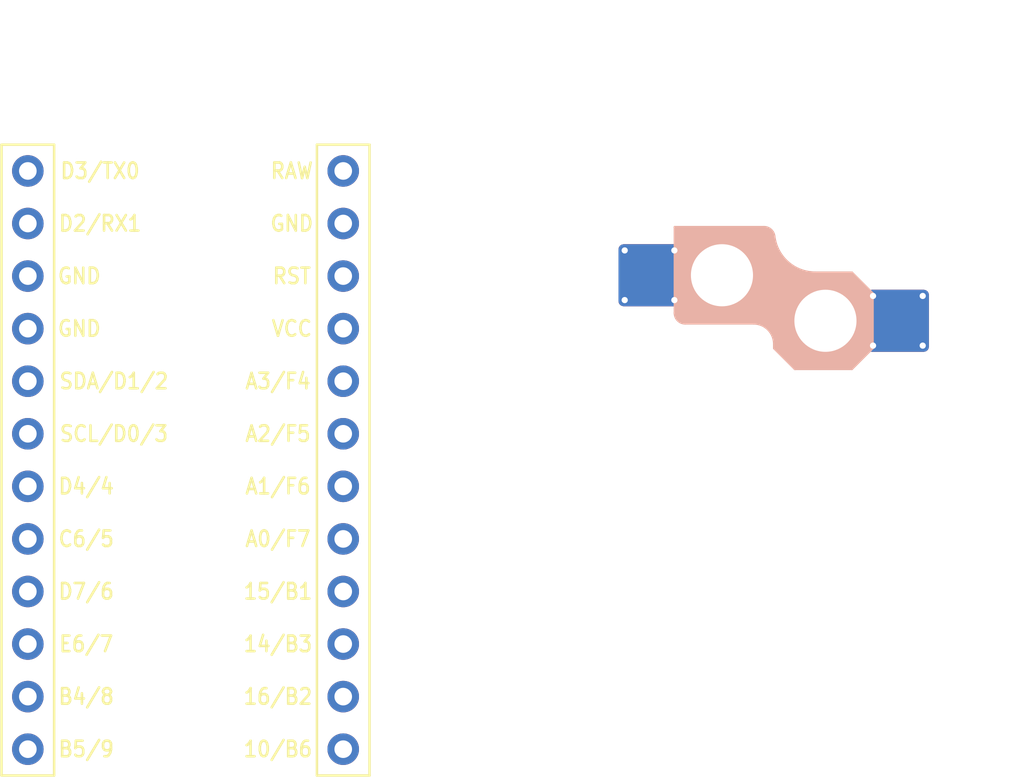
<source format=kicad_pcb>
(kicad_pcb (version 20241229) (generator "pcbnew") (generator_version "9.0")
  (layers (0 "F.Cu" signal) (2 "B.Cu" signal) (13 "F.Paste" user) (15 "B.Paste" user) (5 "F.SilkS" user "F.Silkscreen") (7 "B.SilkS" user "B.Silkscreen") (1 "F.Mask" user) (3 "B.Mask" user) (25 "Edge.Cuts" user))
  (net 0 "")
  (footprint "BrownSugar_KBD:ProMicro" (layer "F.Cu") (at 58.88 63.76)
    (property "Reference" "U1" (hide yes))
    (property "Value" "ProMicro" (hide yes))
    (fp_line (start -8.89 -13.97) (end -6.35 -13.97) (stroke (width 0.12)) (layer "F.SilkS"))
    (fp_line (start -8.89 16.51) (end -8.89 -13.97) (stroke (width 0.12)) (layer "F.SilkS"))
    (fp_line (start -6.35 -13.97) (end -6.35 16.51) (stroke (width 0.12)) (layer "F.SilkS"))
    (fp_line (start -6.35 16.51) (end -8.89 16.51) (stroke (width 0.12)) (layer "F.SilkS"))
    (fp_line (start 6.35 -13.97) (end 6.35 16.51) (stroke (width 0.12)) (layer "F.SilkS"))
    (fp_line (start 6.35 16.51) (end 8.89 16.51) (stroke (width 0.12)) (layer "F.SilkS"))
    (fp_line (start 8.89 -13.97) (end 6.35 -13.97) (stroke (width 0.12)) (layer "F.SilkS"))
    (fp_line (start 8.89 16.51) (end 8.89 -13.97) (stroke (width 0.12)) (layer "F.SilkS"))
    (fp_text user "A0/F7" (at 4.4664 5.08 0) (layer "F.SilkS") (effects (font (size 0.75 0.67) (thickness 0.125))))
    (fp_text user "D7/6" (at -4.7986 7.62 0) (layer "F.SilkS") (effects (font (size 0.75 0.67) (thickness 0.125))))
    (fp_text user "C6/5" (at -4.7986 5.08 0) (layer "F.SilkS") (effects (font (size 0.75 0.67) (thickness 0.125))))
    (fp_text user "SCL/D0/3" (at -3.4586 0 0) (layer "F.SilkS") (effects (font (size 0.75 0.67) (thickness 0.125))))
    (fp_text user "GND" (at 5.1364 -10.16 0) (layer "F.SilkS") (effects (font (size 0.75 0.67) (thickness 0.125))))
    (fp_text user "16/B2" (at 4.4664 12.7 0) (layer "F.SilkS") (effects (font (size 0.75 0.67) (thickness 0.125))))
    (fp_text user "SDA/D1/2" (at -3.4586 -2.54 0) (layer "F.SilkS") (effects (font (size 0.75 0.67) (thickness 0.125))))
    (fp_text user "B5/9" (at -4.7986 15.24 0) (layer "F.SilkS") (effects (font (size 0.75 0.67) (thickness 0.125))))
    (fp_text user "B4/8" (at -4.7986 12.7 0) (layer "F.SilkS") (effects (font (size 0.75 0.67) (thickness 0.125))))
    (fp_text user "E6/7" (at -4.7986 10.16 0) (layer "F.SilkS") (effects (font (size 0.75 0.67) (thickness 0.125))))
    (fp_text user "A2/F5" (at 4.4664 0 0) (layer "F.SilkS") (effects (font (size 0.75 0.67) (thickness 0.125))))
    (fp_text user "10/B6" (at 4.4664 15.24 0) (layer "F.SilkS") (effects (font (size 0.75 0.67) (thickness 0.125))))
    (fp_text user "D2/RX1" (at -4.1286 -10.16 0) (layer "F.SilkS") (effects (font (size 0.75 0.67) (thickness 0.125))))
    (fp_text user "GND" (at -5.1336 -7.62 0) (layer "F.SilkS") (effects (font (size 0.75 0.67) (thickness 0.125))))
    (fp_text user "RST" (at 5.1364 -7.62 0) (layer "F.SilkS") (effects (font (size 0.75 0.67) (thickness 0.125))))
    (fp_text user "RAW" (at 5.1364 -12.7 0) (layer "F.SilkS") (effects (font (size 0.75 0.67) (thickness 0.125))))
    (fp_text user "14/B3" (at 4.4664 10.16 0) (layer "F.SilkS") (effects (font (size 0.75 0.67) (thickness 0.125))))
    (fp_text user "GND" (at -5.1336 -5.08 0) (layer "F.SilkS") (effects (font (size 0.75 0.67) (thickness 0.125))))
    (fp_text user "15/B1" (at 4.4664 7.62 0) (layer "F.SilkS") (effects (font (size 0.75 0.67) (thickness 0.125))))
    (fp_text user "A1/F6" (at 4.4664 2.54 0) (layer "F.SilkS") (effects (font (size 0.75 0.67) (thickness 0.125))))
    (fp_text user "D4/4" (at -4.7986 2.54 0) (layer "F.SilkS") (effects (font (size 0.75 0.67) (thickness 0.125))))
    (fp_text user "D3/TX0" (at -4.1286 -12.7 0) (layer "F.SilkS") (effects (font (size 0.75 0.67) (thickness 0.125))))
    (fp_text user "A3/F4" (at 4.4664 -2.54 0) (layer "F.SilkS") (effects (font (size 0.75 0.67) (thickness 0.125))))
    (fp_text user "VCC" (at 5.1364 -5.08 0) (layer "F.SilkS") (effects (font (size 0.75 0.67) (thickness 0.125))))
    (pad "1" thru_hole circle (at -7.62 -12.7) (size 1.524 1.524) (drill 0.85) (layers "*.Cu" "*.Mask"))
    (pad "2" thru_hole circle (at -7.62 -10.16) (size 1.524 1.524) (drill 0.85) (layers "*.Cu" "*.Mask"))
    (pad "3" thru_hole circle (at -7.62 -7.62) (size 1.524 1.524) (drill 0.85) (layers "*.Cu" "*.Mask"))
    (pad "4" thru_hole circle (at -7.62 -5.08) (size 1.524 1.524) (drill 0.85) (layers "*.Cu" "*.Mask"))
    (pad "5" thru_hole circle (at -7.62 -2.54) (size 1.524 1.524) (drill 0.85) (layers "*.Cu" "*.Mask"))
    (pad "6" thru_hole circle (at -7.62 0) (size 1.524 1.524) (drill 0.85) (layers "*.Cu" "*.Mask"))
    (pad "7" thru_hole circle (at -7.62 2.54) (size 1.524 1.524) (drill 0.85) (layers "*.Cu" "*.Mask"))
    (pad "8" thru_hole circle (at -7.62 5.08) (size 1.524 1.524) (drill 0.85) (layers "*.Cu" "*.Mask"))
    (pad "9" thru_hole circle (at -7.62 7.62) (size 1.524 1.524) (drill 0.85) (layers "*.Cu" "*.Mask"))
    (pad "10" thru_hole circle (at -7.62 10.16) (size 1.524 1.524) (drill 0.85) (layers "*.Cu" "*.Mask"))
    (pad "11" thru_hole circle (at -7.62 12.7) (size 1.524 1.524) (drill 0.85) (layers "*.Cu" "*.Mask"))
    (pad "12" thru_hole circle (at -7.62 15.24) (size 1.524 1.524) (drill 0.85) (layers "*.Cu" "*.Mask"))
    (pad "13" thru_hole circle (at 7.62 15.24) (size 1.524 1.524) (drill 0.85) (layers "*.Cu" "*.Mask"))
    (pad "14" thru_hole circle (at 7.62 12.7) (size 1.524 1.524) (drill 0.85) (layers "*.Cu" "*.Mask"))
    (pad "15" thru_hole circle (at 7.62 10.16) (size 1.524 1.524) (drill 0.85) (layers "*.Cu" "*.Mask"))
    (pad "16" thru_hole circle (at 7.62 7.62) (size 1.524 1.524) (drill 0.85) (layers "*.Cu" "*.Mask"))
    (pad "17" thru_hole circle (at 7.62 5.08) (size 1.524 1.524) (drill 0.85) (layers "*.Cu" "*.Mask"))
    (pad "18" thru_hole circle (at 7.62 2.54) (size 1.524 1.524) (drill 0.85) (layers "*.Cu" "*.Mask"))
    (pad "19" thru_hole circle (at 7.62 0) (size 1.524 1.524) (drill 0.85) (layers "*.Cu" "*.Mask"))
    (pad "20" thru_hole circle (at 7.62 -2.54) (size 1.524 1.524) (drill 0.85) (layers "*.Cu" "*.Mask"))
    (pad "21" thru_hole circle (at 7.62 -5.08) (size 1.524 1.524) (drill 0.85) (layers "*.Cu" "*.Mask"))
    (pad "22" thru_hole circle (at 7.62 -7.62) (size 1.524 1.524) (drill 0.85) (layers "*.Cu" "*.Mask"))
    (pad "23" thru_hole circle (at 7.62 -10.16) (size 1.524 1.524) (drill 0.85) (layers "*.Cu" "*.Mask"))
    (pad "24" thru_hole circle (at 7.62 -12.7) (size 1.524 1.524) (drill 0.85) (layers "*.Cu" "*.Mask"))
  )
  (footprint "BrownSugar_KBD:Kailh_Choc_V1_Hotswap_via" (layer "F.Cu") (at 89.8 52.4)
    (property "Reference" "SW1")
    (property "Value" "SW_PUSH")
    (fp_line (start -7.275 1.375) (end -7.275 5.525) (stroke (width 0.12)) (layer "B.SilkS"))
    (fp_line (start -6.775 6.025) (end -3.475 6.025) (stroke (width 0.12)) (layer "B.SilkS"))
    (fp_line (start -3 1.375) (end -7.275 1.375) (stroke (width 0.12)) (layer "B.SilkS"))
    (fp_line (start -2.475 7.225) (end -2.475 7.025) (stroke (width 0.12)) (layer "B.SilkS"))
    (fp_line (start -1.475 8.225) (end -2.475 7.225) (stroke (width 0.12)) (layer "B.SilkS"))
    (fp_line (start -0.489452 3.575) (end 1.275 3.575) (stroke (width 0.12)) (layer "B.SilkS"))
    (fp_line (start 1.275 3.575) (end 2.275 4.575) (stroke (width 0.12)) (layer "B.SilkS"))
    (fp_line (start 1.275 8.225) (end -1.475 8.225) (stroke (width 0.12)) (layer "B.SilkS"))
    (fp_line (start 2.275 4.575) (end 2.275 7.225) (stroke (width 0.12)) (layer "B.SilkS"))
    (fp_line (start 2.275 7.225) (end 1.275 8.225) (stroke (width 0.12)) (layer "B.SilkS"))
    (fp_arc (start -6.775 6.025) (mid -7.128553 5.878553) (end -7.275 5.525) (stroke (width 0.12)) (layer "B.SilkS"))
    (fp_arc (start -3.475 6.025) (mid -2.767893 6.317893) (end -2.475 7.025) (stroke (width 0.12)) (layer "B.SilkS"))
    (fp_arc (start -2.971387 1.375) (mid -2.63975 1.500812) (end -2.475008 1.814932) (stroke (width 0.12)) (layer "B.SilkS"))
    (fp_arc (start -0.489452 3.575) (mid -1.815999 3.071754) (end -2.474967 1.815274) (stroke (width 0.12)) (layer "B.SilkS"))
    (fp_poly (pts (xy -2.672891 1.538251) (xy -2.475008 1.814932) (xy -2.305023 2.526946) (xy -1.849268 3.10908) (xy -1.216651 3.491685) (xy -0.489452 3.575) (xy 1.275 3.575) (xy 2.275 4.575) (xy 2.275 7.225) (xy 1.275 8.225) (xy -1.475 8.225) (xy -2.475 7.225) (xy -2.5 6.623182) (xy -2.732538 6.282538) (xy -3.073182 6.054926) (xy -3.475 6.025) (xy -6.775 6.025) (xy -7.093198 5.843198) (xy -7.275 5.525) (xy -7.275 1.375) (xy -2.971387 1.375)) (stroke (width 0.08)) (fill yes) (layer "B.SilkS"))
    (pad "" np_thru_hole circle (at -5.5 0) (size 1.7 1.7) (drill 1.7) (layers "*.Cu" "*.Mask"))
    (pad "" np_thru_hole circle (at -5 3.7) (size 3 3) (drill 3) (layers "*.Cu" "*.Mask"))
    (pad "" np_thru_hole circle (at 0 0) (size 3.4 3.4) (drill 3.4) (layers "*.Cu" "*.Mask"))
    (pad "" np_thru_hole circle (at 0 5.9) (size 3 3) (drill 3) (layers "*.Cu" "*.Mask"))
    (pad "" np_thru_hole circle (at 5.5 0) (size 1.7 1.7) (drill 1.7) (layers "*.Cu" "*.Mask"))
    (pad "1" thru_hole circle (at -9.7 2.5 180) (size 0.5 0.5) (drill 0.3) (layers "*.Cu"))
    (pad "1" thru_hole circle (at -9.7 4.9 180) (size 0.5 0.5) (drill 0.3) (layers "*.Cu"))
    (pad "1" smd roundrect (at -8.5 3.7 180) (size 3 3) (layers "F.Cu") (roundrect_rratio 0.083))
    (pad "1" smd roundrect (at -8.5 3.7 180) (size 3 3) (layers "B.Cu") (roundrect_rratio 0.083))
    (pad "1" thru_hole circle (at -7.3 2.5 180) (size 0.5 0.5) (drill 0.3) (layers "*.Cu"))
    (pad "1" thru_hole circle (at -7.3 4.9 180) (size 0.5 0.5) (drill 0.3) (layers "*.Cu"))
    (pad "2" thru_hole circle (at 2.3 4.7 180) (size 0.5 0.5) (drill 0.3) (layers "*.Cu"))
    (pad "2" thru_hole circle (at 2.3 7.1 180) (size 0.5 0.5) (drill 0.3) (layers "*.Cu"))
    (pad "2" smd roundrect (at 3.5 5.9 180) (size 3 3) (layers "F.Cu") (roundrect_rratio 0.083))
    (pad "2" smd roundrect (at 3.5 5.9 180) (size 3 3) (layers "B.Cu") (roundrect_rratio 0.083))
    (pad "2" thru_hole circle (at 4.7 4.7 180) (size 0.5 0.5) (drill 0.3) (layers "*.Cu"))
    (pad "2" thru_hole circle (at 4.7 7.1 180) (size 0.5 0.5) (drill 0.3) (layers "*.Cu"))
  )
)
</source>
